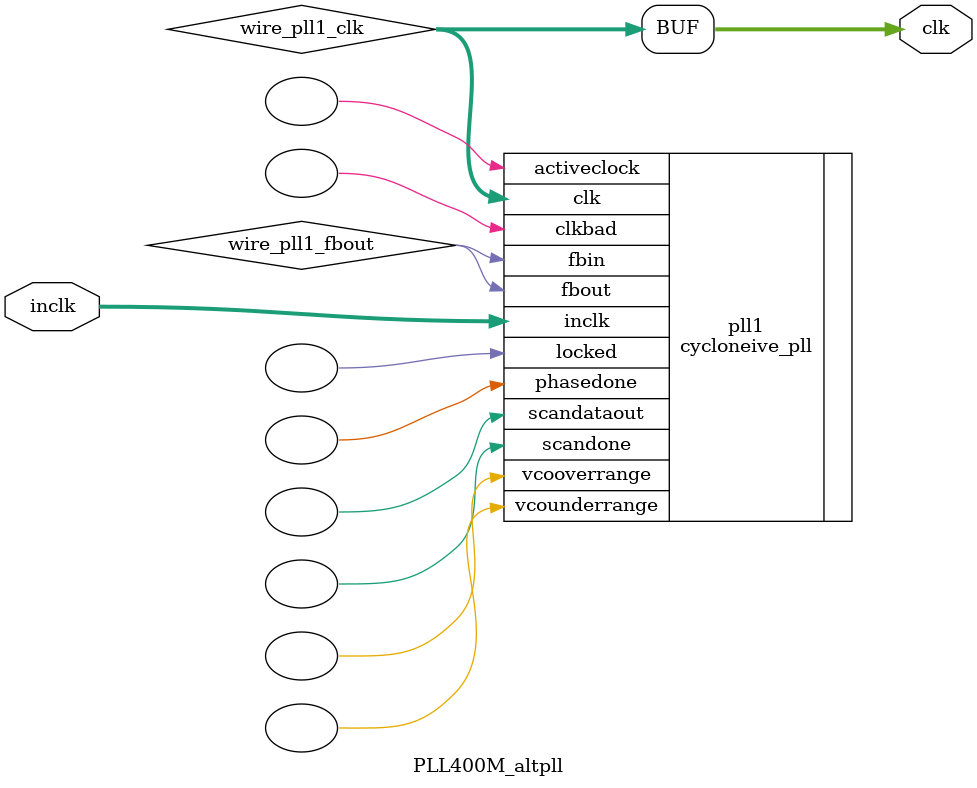
<source format=v>






//synthesis_resources = cycloneive_pll 1 
//synopsys translate_off
`timescale 1 ps / 1 ps
//synopsys translate_on
module  PLL400M_altpll
	( 
	clk,
	inclk) /* synthesis synthesis_clearbox=1 */;
	output   [4:0]  clk;
	input   [1:0]  inclk;
`ifndef ALTERA_RESERVED_QIS
// synopsys translate_off
`endif
	tri0   [1:0]  inclk;
`ifndef ALTERA_RESERVED_QIS
// synopsys translate_on
`endif

	wire  [4:0]   wire_pll1_clk;
	wire  wire_pll1_fbout;

	cycloneive_pll   pll1
	( 
	.activeclock(),
	.clk(wire_pll1_clk),
	.clkbad(),
	.fbin(wire_pll1_fbout),
	.fbout(wire_pll1_fbout),
	.inclk(inclk),
	.locked(),
	.phasedone(),
	.scandataout(),
	.scandone(),
	.vcooverrange(),
	.vcounderrange()
	`ifndef FORMAL_VERIFICATION
	// synopsys translate_off
	`endif
	,
	.areset(1'b0),
	.clkswitch(1'b0),
	.configupdate(1'b0),
	.pfdena(1'b1),
	.phasecounterselect({3{1'b0}}),
	.phasestep(1'b0),
	.phaseupdown(1'b0),
	.scanclk(1'b0),
	.scanclkena(1'b1),
	.scandata(1'b0)
	`ifndef FORMAL_VERIFICATION
	// synopsys translate_on
	`endif
	);
	defparam
		pll1.bandwidth_type = "auto",
		pll1.clk0_divide_by = 1,
		pll1.clk0_duty_cycle = 50,
		pll1.clk0_multiply_by = 8,
		pll1.clk0_phase_shift = "0",
		pll1.compensate_clock = "clk0",
		pll1.inclk0_input_frequency = 20000,
		pll1.operation_mode = "normal",
		pll1.pll_type = "auto",
		pll1.lpm_type = "cycloneive_pll";
	assign
		clk = {wire_pll1_clk[4:0]};
endmodule //PLL400M_altpll
//VALID FILE

</source>
